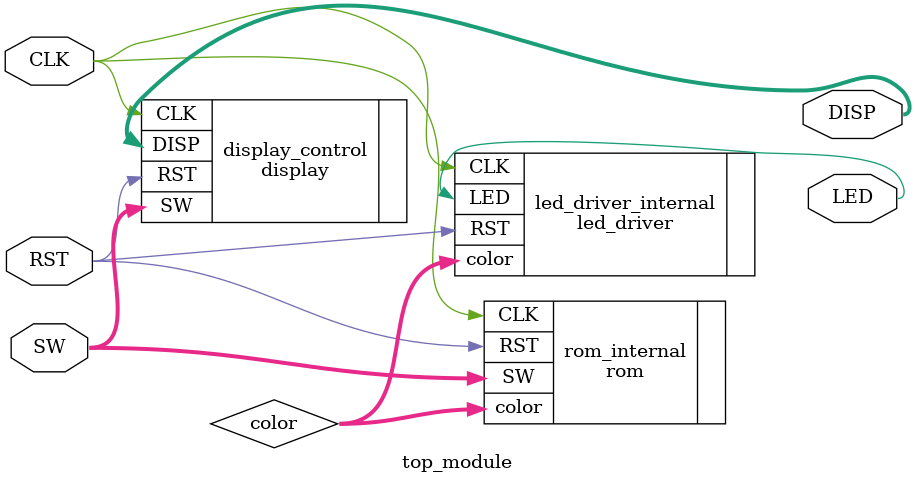
<source format=v>
module top_module (
    input CLK,
    input RST,
    input [3:0] SW,
    output reg [6:0] DISP,
    output LED
);

reg [23:0] color;

display display_control(
    .CLK(CLK),
    .RST(RST),
    .SW(SW),
    .DISP(DISP)
);

rom rom_internal (
    .CLK(CLK),
    .RST(RST),
    .SW(SW),
    .color(color)
);

led_driver led_driver_internal (
    .CLK(CLK),
    .RST(RST),
    .color(color),
    .LED(LED)
);

endmodule
</source>
